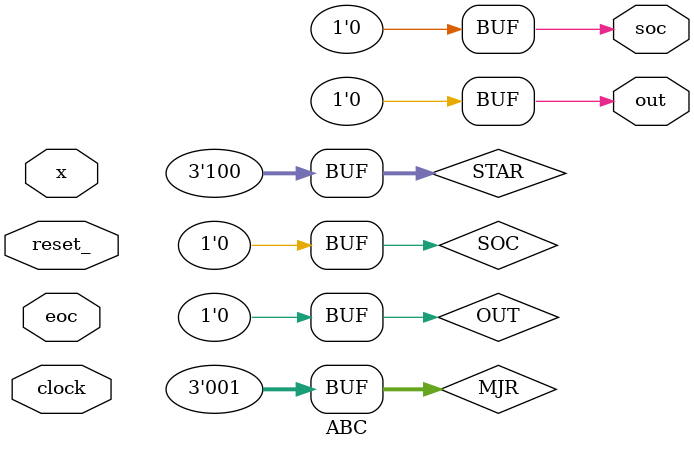
<source format=v>
module ABC (
    x,
    soc, eoc,
    out,
    clock, reset_
);

    input [7:0] x;
    output soc;
    input eoc;
    
    output out;
    
    input clock, reset_;

    reg SOC;
    assign soc = SOC;

    reg OUT;
    assign out = OUT;
    
    reg [7:0] X2, X1, X0;
    
    reg [2:0] STAR;
    localparam
        S0 = 0,
        S1 = 1,
        S2 = 2,
        S3 = 3,
        S_read0 = 4,
        S_read1 = 5,
        S_read2 = 6;

    reg [2:0] MJR;

    always @(reset_ == 0) #1 begin
        OUT = 0;
        SOC = 0;
        //STAR = S0;
        MJR = S1; 
        STAR = S_read0;
    end

    always @(posedge clock) if(reset_ == 1) #3 begin
        casex (STAR)
            S0: begin
                OUT <= 0;
                MJR <= S1; 
                STAR <= S_read0;
            end
            S1: begin
                X2 <= X0;
                MJR <= S2;
                STAR <= S_read0;
            end
            S2: begin
                X1 <= X0;
                MJR <= S3;
                STAR <= S_read0;
            end
            S3: begin
                OUT <= ((X0 + X1 + X2) >= 164) ? 1 : 0;
                STAR <= S0;
            end
            
            // microsottoprogramma per l'acquisizione di un campione
            // il dato acquisito viene lasciato in X0
            S_read0: begin
                SOC <= 1; 
                STAR <= (eoc == 1'b0) ? S_read1 : S_read0;
            end
            S_read1: begin
                SOC <= 0; 
                STAR <= (eoc == 1'b1) ? S_read2 : S_read1;
            end
            S_read2: begin
                X0 <= x;
                STAR <= MJR;
            end
        endcase
    end

endmodule

</source>
